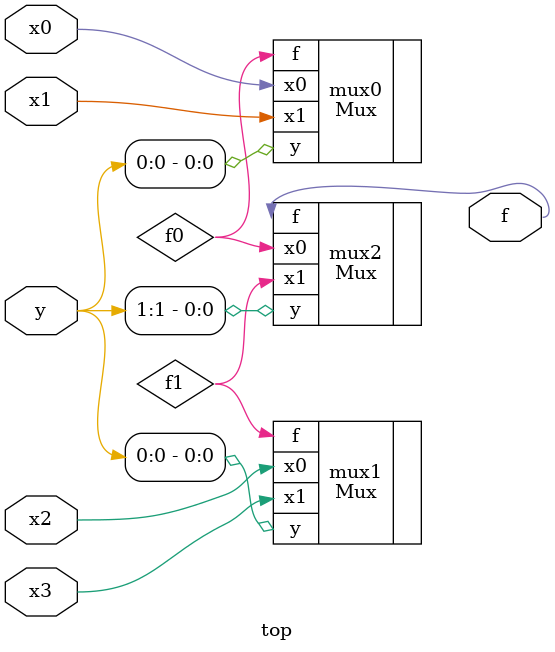
<source format=v>
module top(
    input x0,
    input x1,
    input x2,
    input x3,
    input[1:0] y,
    output f
);
    wire f0, f1;

    Mux mux0(
        .x0(x0),
        .x1(x1),
        .y(y[0]),
        .f(f0)
    );

    Mux mux1(
        .x0(x2),
        .x1(x3),
        .y(y[0]),
        .f(f1)
    );

    Mux mux2(
        .x0(f0),
        .x1(f1),
        .y(y[1]),
        .f(f)
    );

endmodule
</source>
